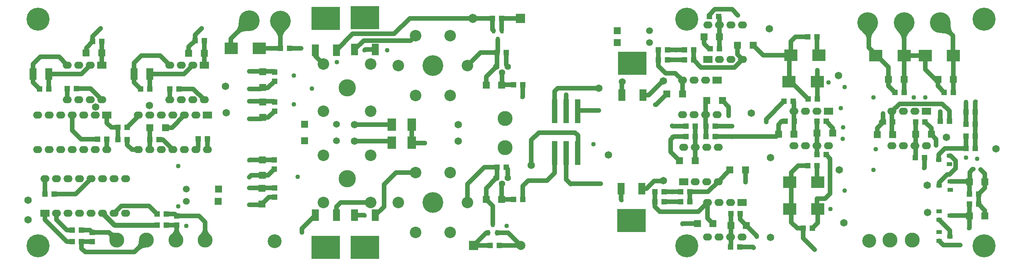
<source format=gbl>
G04 Layer_Physical_Order=8*
G04 Layer_Color=16711680*
%FSLAX25Y25*%
%MOIN*%
G70*
G01*
G75*
%ADD10C,0.04000*%
%ADD11R,0.05000X0.21063*%
%ADD12R,0.05906X0.09843*%
%ADD13R,0.25000X0.20000*%
%ADD15R,0.06000X0.06000*%
%ADD16R,0.05000X0.05000*%
%ADD19R,0.04500X0.03800*%
%ADD21C,0.06000*%
%ADD22C,0.12000*%
%ADD23C,0.10000*%
%ADD24C,0.15000*%
%ADD25C,0.18000*%
%ADD26C,0.07874*%
%ADD27R,0.07874X0.07874*%
%ADD28C,0.05512*%
%ADD29C,0.05906*%
%ADD30R,0.05906X0.05906*%
%ADD31C,0.13000*%
%ADD32C,0.06500*%
%ADD33O,0.08000X0.06000*%
%ADD34R,0.08000X0.06000*%
%ADD35C,0.20000*%
%ADD36C,0.04000*%
%ADD37C,0.04004*%
%ADD60R,0.07200X0.11000*%
%ADD61R,0.03100X0.05000*%
%ADD62R,0.06000X0.10000*%
%ADD63R,0.06000X0.06000*%
%ADD64R,0.05000X0.05000*%
%ADD65R,0.11417X0.09843*%
%ADD66C,0.04354*%
G36*
X144962Y30294D02*
X144984Y29727D01*
X145052Y29158D01*
X145165Y28587D01*
X145323Y28015D01*
X145525Y27441D01*
X145773Y26866D01*
X146066Y26289D01*
X146405Y25711D01*
X146788Y25130D01*
X147216Y24549D01*
X138201Y25789D01*
X138726Y26209D01*
X139195Y26648D01*
X139609Y27108D01*
X139968Y27586D01*
X140272Y28085D01*
X140520Y28604D01*
X140713Y29142D01*
X140851Y29699D01*
X140934Y30277D01*
X140962Y30874D01*
X144962Y30294D01*
D02*
G37*
G36*
X169608Y30071D02*
X169685Y29495D01*
X169812Y28929D01*
X169991Y28371D01*
X170220Y27823D01*
X170501Y27283D01*
X170832Y26752D01*
X171215Y26230D01*
X171648Y25717D01*
X172133Y25212D01*
X163033D01*
X163517Y25717D01*
X163951Y26230D01*
X164333Y26752D01*
X164665Y27283D01*
X164945Y27823D01*
X165175Y28371D01*
X165353Y28929D01*
X165481Y29495D01*
X165557Y30071D01*
X165583Y30655D01*
X169583D01*
X169608Y30071D01*
D02*
G37*
G36*
X116504Y14071D02*
X115805Y14056D01*
X115135Y14000D01*
X114496Y13901D01*
X113886Y13760D01*
X113306Y13577D01*
X112756Y13351D01*
X112235Y13083D01*
X111744Y12773D01*
X111283Y12420D01*
X110852Y12025D01*
X108024Y14853D01*
X108419Y15285D01*
X108772Y15746D01*
X109082Y16236D01*
X109350Y16757D01*
X109576Y17307D01*
X109759Y17887D01*
X109900Y18497D01*
X109999Y19137D01*
X110055Y19806D01*
X110069Y20505D01*
X116504Y14071D01*
D02*
G37*
G36*
X86098Y28386D02*
X86535Y28020D01*
X86967Y27706D01*
X87395Y27444D01*
X87817Y27233D01*
X88236Y27075D01*
X88649Y26968D01*
X89058Y26913D01*
X89462Y26910D01*
X89862Y26958D01*
X84674Y21771D01*
X84723Y22170D01*
X84720Y22574D01*
X84664Y22983D01*
X84558Y23397D01*
X84399Y23815D01*
X84189Y24238D01*
X83926Y24665D01*
X83612Y25097D01*
X83246Y25534D01*
X82828Y25975D01*
X85657Y28804D01*
X86098Y28386D01*
D02*
G37*
G36*
X748856Y202907D02*
X747570Y201103D01*
X747048Y200245D01*
X746606Y199415D01*
X746245Y198615D01*
X745964Y197844D01*
X745763Y197101D01*
X745643Y196388D01*
X745602Y195703D01*
X741602Y195298D01*
X741557Y196034D01*
X741422Y196768D01*
X741195Y197502D01*
X740879Y198235D01*
X740472Y198967D01*
X739974Y199698D01*
X739386Y200428D01*
X738708Y201157D01*
X737939Y201886D01*
X737080Y202613D01*
X749619Y203852D01*
X748856Y202907D01*
D02*
G37*
G36*
X814461Y208369D02*
X814642Y206243D01*
X814809Y205285D01*
X815027Y204398D01*
X815296Y203582D01*
X815617Y202835D01*
X815989Y202160D01*
X816411Y201554D01*
X816885Y201019D01*
X814057Y198191D01*
X813522Y198665D01*
X812917Y199088D01*
X812241Y199460D01*
X811495Y199780D01*
X810678Y200049D01*
X809791Y200268D01*
X808834Y200435D01*
X807806Y200551D01*
X806707Y200615D01*
X805538Y200629D01*
X814448Y209538D01*
X814461Y208369D01*
D02*
G37*
G36*
X205717Y202516D02*
X204548Y202503D01*
X202422Y202322D01*
X201464Y202155D01*
X200577Y201937D01*
X199760Y201667D01*
X199014Y201347D01*
X198338Y200975D01*
X197733Y200552D01*
X197198Y200078D01*
X194370Y202907D01*
X194844Y203442D01*
X195267Y204047D01*
X195638Y204723D01*
X195959Y205469D01*
X196228Y206286D01*
X196446Y207173D01*
X196613Y208130D01*
X196729Y209158D01*
X196794Y210257D01*
X196808Y211426D01*
X205717Y202516D01*
D02*
G37*
G36*
X779566Y202365D02*
X778190Y200734D01*
X777631Y199938D01*
X777158Y199157D01*
X776771Y198389D01*
X776470Y197634D01*
X776255Y196894D01*
X776126Y196167D01*
X776083Y195453D01*
X772083D01*
X772040Y196167D01*
X771911Y196894D01*
X771696Y197634D01*
X771395Y198389D01*
X771008Y199157D01*
X770535Y199938D01*
X769976Y200734D01*
X769331Y201542D01*
X768600Y202365D01*
X767783Y203201D01*
X780383D01*
X779566Y202365D01*
D02*
G37*
G36*
X238259Y203760D02*
X236883Y202129D01*
X236324Y201334D01*
X235851Y200552D01*
X235464Y199784D01*
X235163Y199030D01*
X234948Y198289D01*
X234819Y197562D01*
X234776Y196849D01*
X230776D01*
X230733Y197562D01*
X230604Y198289D01*
X230389Y199030D01*
X230088Y199784D01*
X229701Y200552D01*
X229228Y201334D01*
X228669Y202129D01*
X228024Y202938D01*
X227293Y203760D01*
X226476Y204596D01*
X239076D01*
X238259Y203760D01*
D02*
G37*
D10*
X471004Y79173D02*
Y96234D01*
X464075Y72244D02*
X471004Y79173D01*
X447736Y72244D02*
X464075D01*
X443307Y67815D02*
X447736Y72244D01*
X443209Y56102D02*
Y67716D01*
X473398Y152728D02*
X509154D01*
X470807Y150138D02*
X473398Y152728D01*
X491667Y133465D02*
X509154D01*
X491142Y98256D02*
Y111713D01*
X488681Y114173D02*
X491142Y111713D01*
X457185Y114173D02*
X488681D01*
X481004Y73524D02*
X485039Y69488D01*
X485138Y69587D02*
X511024D01*
X485039Y69488D02*
X485138Y69587D01*
X804675Y68133D02*
Y70826D01*
X811703Y77854D01*
X813681D01*
X818924Y83097D01*
Y89764D01*
X814477Y94211D02*
X818924Y89764D01*
X813484Y94211D02*
X814477D01*
X820472Y100376D02*
X825591D01*
X809431D02*
X820472D01*
X804084Y95029D02*
X809431Y100376D01*
X804084Y90511D02*
Y95029D01*
X831083Y71781D02*
Y79705D01*
X830545Y42109D02*
X830840Y41813D01*
X814075Y42109D02*
X830545D01*
X756004Y125162D02*
Y130610D01*
X754348Y123506D02*
X756201D01*
X696654Y12402D02*
Y12402D01*
X686569Y22486D02*
X696654Y12402D01*
X690786Y143307D02*
X690801D01*
X830840Y31332D02*
Y41813D01*
X814026Y23859D02*
Y29057D01*
X804675Y38409D02*
X814026Y29057D01*
X831083Y79705D02*
X833665Y82288D01*
X834391D01*
X840453Y82185D02*
X844340Y78298D01*
Y71538D02*
Y78298D01*
X830840Y71538D02*
X831083Y71781D01*
X830840Y41813D02*
Y51951D01*
X844340Y41813D02*
Y46451D01*
X838840Y51951D02*
X844340Y46451D01*
X838840Y51951D02*
Y60613D01*
X844340Y66113D02*
Y71538D01*
X838840Y60613D02*
X844340Y66113D01*
X830840Y60613D02*
Y71538D01*
X836051Y100376D02*
Y110908D01*
Y121439D01*
Y131971D01*
X828051Y100376D02*
Y110908D01*
Y121439D02*
Y131971D01*
X836051D02*
Y140776D01*
X828051Y131971D02*
Y140453D01*
X797767Y112581D02*
Y118006D01*
X792267Y123506D02*
X797767Y118006D01*
X784267Y112581D02*
Y123506D01*
X763677Y132695D02*
X770155Y139173D01*
X807283D01*
X813484Y132972D01*
Y124114D02*
Y132972D01*
X805484Y124114D02*
Y132508D01*
X750767Y118073D02*
X756201Y123506D01*
X750767Y112286D02*
Y118073D01*
X816535Y181616D02*
X816949Y181203D01*
X816535Y181616D02*
Y198541D01*
X805448Y209628D02*
X816535Y198541D01*
X774083Y181203D02*
Y209628D01*
X774083Y181203D02*
X774083D01*
X803429Y154731D02*
X809028Y149132D01*
X803429Y154731D02*
Y160416D01*
X801336D02*
X803429D01*
X760583Y154632D02*
X766083Y149132D01*
X760583Y154632D02*
Y160416D01*
X706425Y94980D02*
X710039Y91366D01*
X698637Y95193D02*
Y102695D01*
X698801Y143307D02*
Y158291D01*
X698917Y158408D02*
Y168405D01*
X665137Y112697D02*
Y121141D01*
X667913Y123917D01*
X671063D01*
X678637Y112697D02*
X678637Y112697D01*
X694569Y30906D02*
X699293Y35630D01*
Y47661D01*
X686569Y22486D02*
Y30906D01*
X681398D02*
X686569D01*
X676293Y36010D02*
X681398Y30906D01*
X682185Y85335D02*
X690650D01*
X636460Y71413D02*
X636713Y71161D01*
X636460Y71413D02*
Y81595D01*
X646161Y23819D02*
Y24441D01*
X637260Y33342D02*
X646161Y24441D01*
X631760Y38842D02*
X637260Y33342D01*
X631760Y38842D02*
Y43677D01*
X643012Y14567D02*
X643504Y14075D01*
X631398Y14567D02*
X643012D01*
X623760Y33342D02*
Y43677D01*
X581791Y34843D02*
X581890Y34941D01*
X594783D01*
X603457Y39768D02*
X608284Y34941D01*
X603457Y39768D02*
Y53425D01*
X612854Y71488D02*
X622961Y81595D01*
X612823Y71488D02*
X612854D01*
X603933Y62598D02*
X612823Y71488D01*
X588315Y62598D02*
X603933D01*
X588315Y53937D02*
Y62598D01*
X595405Y45374D02*
X603457Y53425D01*
X562205Y45374D02*
X595405D01*
X557815Y49764D02*
X562205Y45374D01*
X557815Y49764D02*
Y53937D01*
Y62598D01*
X547448Y146771D02*
X552578D01*
X528551Y55997D02*
Y65545D01*
X572933Y119980D02*
X573130Y119783D01*
X584823D01*
X574213Y110728D02*
X584823D01*
X592823D02*
Y119783D01*
X602323Y110728D02*
Y119882D01*
X663169Y110728D02*
X665137Y112697D01*
X558268Y138386D02*
X558843D01*
X568291Y147835D01*
X698650Y181451D02*
X698801Y181299D01*
X680020Y197539D02*
X690650D01*
X675801Y193321D02*
X680020Y197539D01*
X581831Y147874D02*
Y159626D01*
X651968Y181299D02*
X675801D01*
X643110Y190157D02*
X651968Y181299D01*
X629610Y182201D02*
X633957Y177854D01*
X629610Y182201D02*
Y190157D01*
X613949Y187098D02*
Y197327D01*
X575610Y165847D02*
X581831Y159626D01*
X567126Y165847D02*
X575610D01*
X560964Y172008D02*
X567126Y165847D01*
X560964Y172008D02*
Y177362D01*
X529338Y157783D02*
X529429Y157874D01*
X529338Y146771D02*
Y157783D01*
X18291Y157693D02*
Y165059D01*
Y157693D02*
X23819Y152165D01*
X31791Y152193D02*
Y165059D01*
Y152193D02*
X31819Y152165D01*
X31791Y165059D02*
X60276D01*
X67953Y172736D01*
X18291Y165059D02*
Y173803D01*
X24409Y179921D01*
X40768D01*
X47953Y172736D01*
Y142736D02*
Y152461D01*
X55953D02*
X68228D01*
X77953Y142736D01*
X64453Y187807D02*
X69953Y193307D01*
Y197807D01*
X76870Y204724D01*
X105905Y157665D02*
X111406Y152165D01*
X105905Y157665D02*
Y165157D01*
X119405Y152165D02*
Y165157D01*
X119405Y165157D01*
X149221D01*
X156800Y172736D01*
X105905Y165157D02*
Y174705D01*
X112106Y180905D01*
X128630D01*
X136800Y172736D01*
X153300Y183169D02*
Y188594D01*
X158800Y194095D01*
Y198957D01*
X164665Y204823D01*
X166800Y183169D02*
Y194095D01*
Y172736D02*
Y183169D01*
X144800Y152165D02*
X157371D01*
X166800Y142736D01*
X136800Y142736D02*
Y152165D01*
X136800Y142736D02*
X136800Y142736D01*
X52285Y115924D02*
Y129235D01*
Y115924D02*
X59842Y108366D01*
X74213D01*
X82213Y99307D02*
Y108366D01*
X82285Y122538D02*
Y129235D01*
Y122538D02*
X86122Y118701D01*
X91930D01*
Y108073D02*
Y118701D01*
X99930Y108073D02*
X100000Y108004D01*
Y103347D02*
Y108004D01*
Y103347D02*
X104112Y99235D01*
X109686D01*
X99930Y118701D02*
X109686Y128457D01*
Y129235D01*
X127686Y108073D02*
X130848D01*
X139686Y99235D01*
X133087Y118405D02*
X138857D01*
X149686Y129235D01*
X161713Y101261D02*
Y108563D01*
X159686Y99235D02*
X161713Y101261D01*
X169686Y99235D02*
Y108537D01*
X28405Y60854D02*
Y73996D01*
X36531Y60728D02*
X55138D01*
X68405Y73996D01*
X38405Y38366D02*
X47539Y29232D01*
X52256D01*
X38405Y38366D02*
Y43996D01*
X28405Y38543D02*
X47559Y19390D01*
X52256D01*
X28405Y38543D02*
Y43996D01*
X60256Y29232D02*
X67665D01*
X69508Y27390D01*
X60256Y19390D02*
X69508D01*
X60256Y13406D02*
Y19390D01*
Y13406D02*
X63425Y10236D01*
X106235D01*
X116569Y20570D01*
X69508Y27390D02*
X84243D01*
X91062Y20570D01*
X88406Y43996D02*
X94882Y50472D01*
X119017D01*
X125985Y43504D01*
X133985D02*
X141119D01*
X142962Y41661D01*
X133985Y33661D02*
X142962D01*
Y21456D02*
Y33661D01*
X142076Y20570D02*
X142962Y21456D01*
Y41661D02*
X162177D01*
X167583Y36256D01*
Y20570D02*
Y36256D01*
X214665Y187303D02*
X232775D01*
X232776Y187304D01*
Y211024D01*
X240775Y187303D02*
X250886D01*
X206004Y151929D02*
X215988D01*
X217012Y152953D01*
X221949D02*
X227854Y158858D01*
X227362Y141339D02*
X227854Y140846D01*
X206004Y125984D02*
X216126D01*
X217488Y127346D01*
X222354D01*
X227854Y132846D01*
X263337Y180561D02*
Y185757D01*
Y180561D02*
X270248Y173650D01*
X345079Y213287D02*
X400000D01*
X281447Y185757D02*
X295592Y199902D01*
X331693D01*
X345079Y213287D01*
X297146Y186249D02*
X305067Y194170D01*
X319451D01*
X319695Y193926D01*
X345957D01*
X350256Y198225D01*
X306524Y186249D02*
X315256D01*
X400000Y213287D02*
X416902D01*
Y203669D02*
Y213287D01*
Y203669D02*
X417913Y202658D01*
X424902Y203150D02*
Y213287D01*
X297342Y120980D02*
X329685D01*
X297342Y106693D02*
X328504D01*
X347008Y105512D02*
Y120980D01*
Y105512D02*
X347303Y105217D01*
X358366D01*
X217291Y90453D02*
X227658D01*
X206299D02*
X217291D01*
Y76953D02*
X222158D01*
X227658Y82453D01*
X207405Y76953D02*
X217291D01*
X205906Y75453D02*
X207405Y76953D01*
X227756Y66043D02*
X227756Y66043D01*
X206004Y51279D02*
X216158D01*
X217028Y52150D01*
X222921Y58043D01*
X227756D01*
X251673Y27461D02*
Y30632D01*
X263337Y42296D01*
X281447D02*
Y49558D01*
X285307Y53417D01*
X311248D01*
X297146Y42296D02*
X305637D01*
X315256D02*
X322835Y49875D01*
Y68996D01*
X333166Y79327D01*
X350256D01*
X400453Y15945D02*
X414736D01*
X400453D02*
X411476Y26969D01*
X413370D01*
X417110Y34449D02*
Y50508D01*
X411516Y56102D02*
X417110Y50508D01*
X425016Y56102D02*
X435209D01*
X420851Y26969D02*
X430610D01*
X441634Y15945D01*
X422736D02*
X441634D01*
X450689Y107677D02*
X457185Y114173D01*
X450689Y85827D02*
Y107677D01*
X395256Y53347D02*
Y69468D01*
X409842Y84055D01*
X420839D01*
Y75130D02*
Y84055D01*
X411516Y56102D02*
Y65807D01*
X420354Y74646D02*
X420839Y75130D01*
X411516Y65807D02*
X420354Y74646D01*
X425016Y56102D02*
Y69307D01*
X430354Y74646D02*
Y82539D01*
X428839Y84055D02*
X430354Y82539D01*
X424902Y213287D02*
X441181D01*
X421654Y184378D02*
Y195177D01*
X420839Y183563D02*
X421654Y184378D01*
X428839Y173012D02*
Y183563D01*
Y173012D02*
X430354Y171496D01*
X406575Y183563D02*
X420839D01*
X395256Y172244D02*
X406575Y183563D01*
X420839Y171980D02*
Y183563D01*
X411516Y155413D02*
Y162657D01*
X420354Y171496D02*
X420839Y171980D01*
X411516Y162657D02*
X420354Y171496D01*
X425354Y155752D02*
Y166496D01*
X425496Y155610D02*
X435209D01*
X443209Y145374D02*
Y155610D01*
X557087Y72146D02*
X565158D01*
X712122Y113681D02*
Y118220D01*
X804626Y20159D02*
X808348Y16437D01*
X821949D01*
X822736D01*
X600457Y191669D02*
Y197335D01*
X605028Y187098D02*
X605949D01*
X605295Y215059D02*
Y216516D01*
X610020Y221240D01*
X624823D01*
X629921Y216142D01*
X613957Y197335D02*
X613957Y197335D01*
X613957Y197335D02*
Y207854D01*
Y214398D01*
X613295Y215059D02*
X613957Y214398D01*
X613949Y197327D02*
X613957Y197335D01*
X591465Y177264D02*
Y185925D01*
Y177264D02*
X597862Y170866D01*
X626968D01*
X633957Y177854D01*
X797767Y112581D02*
X801968Y108380D01*
Y103051D02*
Y108380D01*
X791874Y83704D02*
Y92502D01*
X791634Y83465D02*
X791874Y83704D01*
X560964Y177362D02*
Y185925D01*
X698721Y48234D02*
Y56595D01*
X571555Y97433D02*
X579323Y89665D01*
X571555Y97433D02*
Y108071D01*
X610323Y119882D02*
X624803D01*
X206004Y167224D02*
X227488D01*
X205906Y141339D02*
X227362D01*
X205890Y66043D02*
X227756D01*
X77953Y172736D02*
Y193307D01*
X470807Y130636D02*
Y150138D01*
X481004Y73524D02*
Y98203D01*
X119587Y99334D02*
Y118405D01*
X814075Y71833D02*
X831030D01*
X601831Y120374D02*
Y129626D01*
X592823Y89665D02*
Y110728D01*
X425354Y155752D02*
X425496Y155610D01*
X623760Y14929D02*
Y33342D01*
X784267Y92896D02*
Y112581D01*
X763677Y112876D02*
Y132695D01*
X480807Y130636D02*
Y147146D01*
X552578Y146771D02*
X565158Y159350D01*
X698425Y102907D02*
Y123917D01*
X601831Y129626D02*
Y141929D01*
X616536D02*
X622047Y136417D01*
X621949Y128642D02*
X622047Y128740D01*
Y136417D01*
X698721Y56595D02*
X705413D01*
X710039Y61221D01*
Y91366D01*
X816949Y149211D02*
Y181203D01*
X792717Y169035D02*
X801336Y160416D01*
X600457Y191669D02*
X601279Y190847D01*
X605028Y187098D01*
X675801Y181299D02*
Y192028D01*
Y193321D01*
X774083Y181203D02*
X792539D01*
X792717D01*
X674508Y159585D02*
Y180006D01*
X675801Y181299D01*
X565815Y62598D02*
X580315D01*
X571555Y108071D02*
X574213Y110728D01*
X610323Y110728D02*
X663169D01*
X676293Y36010D02*
Y79443D01*
X682185Y85335D01*
X568964Y185925D02*
X583464D01*
X674508Y159585D02*
X690786Y143307D01*
X706425Y123917D02*
X712122Y118220D01*
X754348Y123506D02*
X756004Y125162D01*
X774083Y149132D02*
Y181203D01*
X792717Y169035D02*
Y181203D01*
X654429Y123327D02*
Y125787D01*
X669882Y141240D01*
X678633Y131120D02*
X678637Y112697D01*
X678633Y131120D02*
Y140847D01*
X189961Y195669D02*
X205807Y211516D01*
X64453Y182480D02*
Y187807D01*
X189961Y187303D02*
Y195669D01*
X217012Y152953D02*
X221949D01*
X760583Y160416D02*
Y171012D01*
X743602Y187992D02*
Y208743D01*
X742717Y209628D02*
X743602Y208743D01*
X565815Y53937D02*
X580315D01*
X698650Y71313D02*
X699293Y70669D01*
X698650Y71313D02*
Y85335D01*
X568964Y177362D02*
X583366D01*
X698650Y181451D02*
Y197539D01*
X743602Y187992D02*
X760583Y171012D01*
X550486Y65545D02*
X557087Y72146D01*
X546661Y65545D02*
X550486D01*
D11*
X470807Y132604D02*
D03*
X480807D02*
D03*
X490807D02*
D03*
X471004Y96234D02*
D03*
X481004D02*
D03*
X491004D02*
D03*
D12*
X263337Y42296D02*
D03*
X281447D02*
D03*
X546661Y65545D02*
D03*
X281447Y185757D02*
D03*
X263337D02*
D03*
X297146Y42296D02*
D03*
X315256D02*
D03*
X315256Y186249D02*
D03*
X297146D02*
D03*
X547448Y146771D02*
D03*
X529338D02*
D03*
X528551Y65545D02*
D03*
D13*
X272392Y14546D02*
D03*
X537606Y37795D02*
D03*
X272392Y213507D02*
D03*
X306201Y14546D02*
D03*
X306201Y213999D02*
D03*
X538393Y174521D02*
D03*
D15*
X623760Y33342D02*
D03*
X637260D02*
D03*
X166800Y183169D02*
D03*
X830840Y71538D02*
D03*
X844340D02*
D03*
X613957Y197335D02*
D03*
X600457D02*
D03*
X64370Y183465D02*
D03*
X581791Y147835D02*
D03*
X568291D02*
D03*
X608284Y34941D02*
D03*
X594783D02*
D03*
X629610Y190157D02*
D03*
X643110D02*
D03*
X622961Y81595D02*
D03*
X636460D02*
D03*
X603035Y141929D02*
D03*
X616536D02*
D03*
X579323Y89665D02*
D03*
X592823D02*
D03*
X678637Y112697D02*
D03*
X665137D02*
D03*
X712122Y113681D02*
D03*
X698622D02*
D03*
X764267Y112286D02*
D03*
X750767D02*
D03*
X797767Y112581D02*
D03*
X784267D02*
D03*
X119587Y118405D02*
D03*
X425016Y56102D02*
D03*
X411516D02*
D03*
Y155413D02*
D03*
X425016D02*
D03*
X133087Y118405D02*
D03*
X153300Y183169D02*
D03*
X77870Y183465D02*
D03*
X844340Y41813D02*
D03*
X830840D02*
D03*
X816929Y160416D02*
D03*
X803429D02*
D03*
X774083D02*
D03*
X760583D02*
D03*
D16*
X125985Y33661D02*
D03*
X133985D02*
D03*
X127686Y108073D02*
D03*
X119686D02*
D03*
X144800Y152165D02*
D03*
X136800D02*
D03*
X838840Y51951D02*
D03*
X830840D02*
D03*
X828051Y100376D02*
D03*
X836051D02*
D03*
X828051Y110908D02*
D03*
X836051D02*
D03*
X828051Y121439D02*
D03*
X836051D02*
D03*
X828051Y131971D02*
D03*
X836051D02*
D03*
X584823Y119783D02*
D03*
X592823D02*
D03*
X31819Y152165D02*
D03*
X169713Y108563D02*
D03*
X77953Y193307D02*
D03*
X166800Y194095D02*
D03*
X792267Y123506D02*
D03*
X784267D02*
D03*
X764201D02*
D03*
X756201D02*
D03*
X679063Y123917D02*
D03*
X671063D02*
D03*
X706425Y94980D02*
D03*
X698425D02*
D03*
X766083Y149132D02*
D03*
X774083D02*
D03*
X817028D02*
D03*
X809028D02*
D03*
X613949Y187098D02*
D03*
X605949D02*
D03*
X613295Y215059D02*
D03*
X605295D02*
D03*
X583464Y185925D02*
D03*
X591465D02*
D03*
Y177264D02*
D03*
X583464D02*
D03*
X568964Y185925D02*
D03*
X560964D02*
D03*
Y177362D02*
D03*
X568964D02*
D03*
X602323Y119882D02*
D03*
X610323D02*
D03*
X602323Y110728D02*
D03*
X610323D02*
D03*
X592823Y110728D02*
D03*
X584823D02*
D03*
X557815Y62598D02*
D03*
X565815D02*
D03*
X557815Y53937D02*
D03*
X565815D02*
D03*
X588315D02*
D03*
X580315D02*
D03*
X580315Y62598D02*
D03*
X588315D02*
D03*
X623398Y14567D02*
D03*
X631398D02*
D03*
X623760Y43677D02*
D03*
X631760D02*
D03*
X690650Y197539D02*
D03*
X698650D02*
D03*
X690801Y143307D02*
D03*
X698801D02*
D03*
X690650Y85335D02*
D03*
X698650D02*
D03*
X686569Y30906D02*
D03*
X694569D02*
D03*
X677882Y141240D02*
D03*
X669882D02*
D03*
X698425Y123917D02*
D03*
X706425D02*
D03*
X813484Y124114D02*
D03*
X805484D02*
D03*
X783874Y92502D02*
D03*
X791874D02*
D03*
X99930Y108073D02*
D03*
X91930D02*
D03*
Y118701D02*
D03*
X60256Y29232D02*
D03*
X52256D02*
D03*
X60256Y19390D02*
D03*
X52256D02*
D03*
X422736Y15945D02*
D03*
X414736D02*
D03*
X443209Y56102D02*
D03*
X435209D02*
D03*
X428839Y84055D02*
D03*
X420839D02*
D03*
X133985Y43504D02*
D03*
X125985D02*
D03*
X435209Y155610D02*
D03*
X443209D02*
D03*
X420839Y183563D02*
D03*
X428839D02*
D03*
X424902Y213287D02*
D03*
X416902D02*
D03*
X119405Y152165D02*
D03*
X47953Y152461D02*
D03*
X55953D02*
D03*
X232775Y187303D02*
D03*
X28531Y60728D02*
D03*
X838840Y60613D02*
D03*
X830840D02*
D03*
X82213Y108366D02*
D03*
X36531Y60728D02*
D03*
X240775Y187303D02*
D03*
X111406Y152165D02*
D03*
X99930Y118701D02*
D03*
X158800Y194095D02*
D03*
X74213Y108366D02*
D03*
X69953Y193307D02*
D03*
X23819Y152165D02*
D03*
X161713Y108563D02*
D03*
D19*
X814026Y23859D02*
D03*
X804626Y27559D02*
D03*
Y20159D02*
D03*
X804084Y90511D02*
D03*
X813484Y86811D02*
D03*
Y94211D02*
D03*
X804675Y68133D02*
D03*
X814075Y64433D02*
D03*
Y71833D02*
D03*
Y42109D02*
D03*
X804675Y45809D02*
D03*
Y38409D02*
D03*
D21*
X529429Y158366D02*
D03*
D22*
X227756Y19685D02*
D03*
X743799Y20070D02*
D03*
D23*
X270248Y173650D02*
D03*
X311248D02*
D03*
Y132650D02*
D03*
X270248D02*
D03*
X380256Y198225D02*
D03*
X395256Y172244D02*
D03*
X380256Y146263D02*
D03*
X350256D02*
D03*
X335256Y172244D02*
D03*
X350256Y198225D02*
D03*
X380256Y79327D02*
D03*
X395256Y53347D02*
D03*
X380256Y27365D02*
D03*
X350256D02*
D03*
X335256Y53347D02*
D03*
X350256Y79327D02*
D03*
X311248Y94417D02*
D03*
X270248D02*
D03*
Y53417D02*
D03*
X311248D02*
D03*
D24*
X290748Y153150D02*
D03*
Y73917D02*
D03*
D25*
X365256Y172244D02*
D03*
X205807Y211516D02*
D03*
X774083Y209628D02*
D03*
X805448D02*
D03*
X232776Y211024D02*
D03*
X742717Y209628D02*
D03*
X365256Y53347D02*
D03*
D26*
X400000Y213287D02*
D03*
X441634Y15945D02*
D03*
D27*
X441181Y213287D02*
D03*
X400453Y15945D02*
D03*
D28*
X430354Y171496D02*
D03*
X425354Y166496D02*
D03*
X420354Y171496D02*
D03*
Y74646D02*
D03*
X425354Y69646D02*
D03*
X430354Y74646D02*
D03*
D29*
X553113Y192328D02*
D03*
X281695Y121280D02*
D03*
X553113Y202564D02*
D03*
X151083Y54331D02*
D03*
X151181Y64961D02*
D03*
X281695Y107190D02*
D03*
D30*
X525161Y192328D02*
D03*
X253743Y121280D02*
D03*
X179035Y54331D02*
D03*
X179134Y64961D02*
D03*
X525161Y202564D02*
D03*
X253743Y107190D02*
D03*
D31*
X167583Y20570D02*
D03*
X781201D02*
D03*
X427913Y101165D02*
D03*
Y126295D02*
D03*
X91062Y20570D02*
D03*
X116569Y20570D02*
D03*
X142076D02*
D03*
X762059Y20570D02*
D03*
D32*
X297342Y106693D02*
D03*
X387343D02*
D03*
X565158Y159153D02*
D03*
X718012Y81595D02*
D03*
X794587Y44865D02*
D03*
X794291Y68290D02*
D03*
X853839Y100026D02*
D03*
X811024Y110219D02*
D03*
X119193Y137697D02*
D03*
X565256Y72244D02*
D03*
X658394Y23031D02*
D03*
X658169Y92323D02*
D03*
X450689Y85827D02*
D03*
X509154Y152728D02*
D03*
X657185Y204429D02*
D03*
X641535Y131201D02*
D03*
X13976Y55264D02*
D03*
X185396Y154528D02*
D03*
X186024Y131398D02*
D03*
X72539Y136516D02*
D03*
X517618Y94685D02*
D03*
X717224Y163779D02*
D03*
X13976Y38480D02*
D03*
X297342Y120980D02*
D03*
X387343D02*
D03*
X722047Y35630D02*
D03*
D33*
X28405Y73996D02*
D03*
X38405D02*
D03*
X48406D02*
D03*
X58406D02*
D03*
X68405D02*
D03*
X78405D02*
D03*
X98405D02*
D03*
Y43996D02*
D03*
X88406D02*
D03*
X78405D02*
D03*
X68405D02*
D03*
X58406D02*
D03*
X48406D02*
D03*
X38405D02*
D03*
X88406Y73996D02*
D03*
X169686Y99235D02*
D03*
X149686D02*
D03*
X139686D02*
D03*
X129686D02*
D03*
X119686D02*
D03*
X109686D02*
D03*
X119686Y129235D02*
D03*
X129686D02*
D03*
X139686D02*
D03*
X159686D02*
D03*
X109686D02*
D03*
X149686D02*
D03*
X159686Y99235D02*
D03*
X77953Y142736D02*
D03*
X67953D02*
D03*
X57953D02*
D03*
X47953D02*
D03*
Y172736D02*
D03*
X57953D02*
D03*
X67953D02*
D03*
X708637Y102695D02*
D03*
X698637D02*
D03*
X688637D02*
D03*
X678637D02*
D03*
Y132695D02*
D03*
X698637D02*
D03*
X623457Y53425D02*
D03*
X613457D02*
D03*
X603457D02*
D03*
Y23425D02*
D03*
X613457D02*
D03*
X623457D02*
D03*
X633457D02*
D03*
X611831Y129626D02*
D03*
X601831D02*
D03*
X591831D02*
D03*
X581831D02*
D03*
Y159626D02*
D03*
X591831D02*
D03*
X601831D02*
D03*
X592823Y71488D02*
D03*
X602823D02*
D03*
X612823D02*
D03*
Y101488D02*
D03*
X602823D02*
D03*
X592823D02*
D03*
X582823D02*
D03*
X603957Y207854D02*
D03*
X613957D02*
D03*
X623957D02*
D03*
X633957D02*
D03*
Y177854D02*
D03*
X623957D02*
D03*
X613957D02*
D03*
X156800Y172736D02*
D03*
X146800D02*
D03*
X136800D02*
D03*
Y142736D02*
D03*
X146800D02*
D03*
X156800D02*
D03*
X166800D02*
D03*
X688637Y132695D02*
D03*
X783677D02*
D03*
X793677Y102695D02*
D03*
X783677D02*
D03*
X773677D02*
D03*
X763677D02*
D03*
Y132695D02*
D03*
X773677D02*
D03*
X42285Y129235D02*
D03*
X52285D02*
D03*
X22285D02*
D03*
X82285Y99235D02*
D03*
X72285D02*
D03*
X62285D02*
D03*
X52285D02*
D03*
X42285D02*
D03*
X32285D02*
D03*
X22285D02*
D03*
X32285Y129235D02*
D03*
X62285D02*
D03*
X72285D02*
D03*
D34*
X28405Y43996D02*
D03*
X169686Y129235D02*
D03*
X77953Y172736D02*
D03*
X708637Y132695D02*
D03*
X633457Y53425D02*
D03*
X611831Y159626D02*
D03*
X582823Y71488D02*
D03*
X603957Y177854D02*
D03*
X166800Y172736D02*
D03*
X793677Y132695D02*
D03*
X82285Y129235D02*
D03*
D35*
X22638Y15748D02*
D03*
X585472Y212598D02*
D03*
Y15748D02*
D03*
X22638Y212598D02*
D03*
X843504Y15748D02*
D03*
Y212598D02*
D03*
D36*
X443307Y67815D02*
D03*
X509154Y133465D02*
D03*
X480807Y147146D02*
D03*
X511024Y69587D02*
D03*
X837598Y91522D02*
D03*
X828058Y92329D02*
D03*
X792717Y144783D02*
D03*
X747714Y144707D02*
D03*
X708630Y157807D02*
D03*
X722424Y153723D02*
D03*
X747443Y81597D02*
D03*
X722557Y63565D02*
D03*
X756004Y130610D02*
D03*
X696654Y12402D02*
D03*
X830610Y31102D02*
D03*
X834391Y82288D02*
D03*
X840453Y82185D02*
D03*
X820472Y100376D02*
D03*
X836220Y140945D02*
D03*
X827854Y140650D02*
D03*
X698721Y56595D02*
D03*
X654429Y123327D02*
D03*
X698917Y168405D02*
D03*
X710335Y120177D02*
D03*
X698721Y78937D02*
D03*
X646161Y23819D02*
D03*
X643504Y14075D02*
D03*
X581791Y34843D02*
D03*
X529035Y55512D02*
D03*
X576279Y185827D02*
D03*
X572933Y119980D02*
D03*
X573327Y110433D02*
D03*
X624508Y110335D02*
D03*
X558268Y138386D02*
D03*
X698425Y190551D02*
D03*
X76870Y204724D02*
D03*
X144193Y85138D02*
D03*
X151083Y32972D02*
D03*
X250984Y187402D02*
D03*
X244685Y163779D02*
D03*
X244587Y138878D02*
D03*
X247835Y75787D02*
D03*
X281791Y175492D02*
D03*
X306004Y185728D02*
D03*
X325492D02*
D03*
X251673Y27461D02*
D03*
X306004Y41929D02*
D03*
X164665Y204823D02*
D03*
X206004Y167224D02*
D03*
Y151929D02*
D03*
X205906Y141339D02*
D03*
X206004Y125984D02*
D03*
X205906Y90059D02*
D03*
Y75453D02*
D03*
X205890Y66043D02*
D03*
X206004Y51279D02*
D03*
X144193Y49902D02*
D03*
X358366Y105217D02*
D03*
X429331Y33169D02*
D03*
X443012Y145177D02*
D03*
X260236Y152362D02*
D03*
X576083Y177264D02*
D03*
X720965Y108563D02*
D03*
X721260Y118701D02*
D03*
X821949Y16437D02*
D03*
X601279Y190847D02*
D03*
X629921Y216142D02*
D03*
X572835Y62500D02*
D03*
X573032Y54035D02*
D03*
X801968Y103051D02*
D03*
X791634Y83465D02*
D03*
X749606Y99803D02*
D03*
X782480Y144882D02*
D03*
X805484Y132508D02*
D03*
X675801Y192028D02*
D03*
X624803Y119882D02*
D03*
X719095Y135531D02*
D03*
X710138Y47638D02*
D03*
X504528Y104035D02*
D03*
X621949Y128642D02*
D03*
X676673Y79528D02*
D03*
D37*
X636713Y71161D02*
D03*
D60*
X329685Y120980D02*
D03*
X347008D02*
D03*
Y105512D02*
D03*
X329685D02*
D03*
D61*
X417110Y34449D02*
D03*
X413370Y26969D02*
D03*
X420851D02*
D03*
X421654Y195177D02*
D03*
X425394Y202658D02*
D03*
X417913D02*
D03*
D62*
X31791Y165059D02*
D03*
X18291D02*
D03*
X105905Y165157D02*
D03*
X119405D02*
D03*
D63*
X217488Y140846D02*
D03*
Y127346D02*
D03*
X217488Y166929D02*
D03*
X217028Y65650D02*
D03*
X217291Y90453D02*
D03*
X217488Y153429D02*
D03*
X217291Y76953D02*
D03*
X217028Y52150D02*
D03*
D64*
X69508Y27390D02*
D03*
Y19390D02*
D03*
X142962Y41661D02*
D03*
Y33661D02*
D03*
X227854Y140846D02*
D03*
X227658Y90453D02*
D03*
X227756Y66043D02*
D03*
X227854Y166858D02*
D03*
Y158858D02*
D03*
X227658Y82453D02*
D03*
X227756Y58043D02*
D03*
X227854Y132846D02*
D03*
D65*
X674902Y70965D02*
D03*
X699311D02*
D03*
X674884Y47661D02*
D03*
X699293D02*
D03*
X675801Y181299D02*
D03*
X700211D02*
D03*
X674392Y158291D02*
D03*
X698801D02*
D03*
X190256Y187303D02*
D03*
X214665D02*
D03*
X792539Y181203D02*
D03*
X816949D02*
D03*
X749673D02*
D03*
X774083D02*
D03*
D66*
X78405Y43996D02*
X88740Y33661D01*
X125985D01*
M02*

</source>
